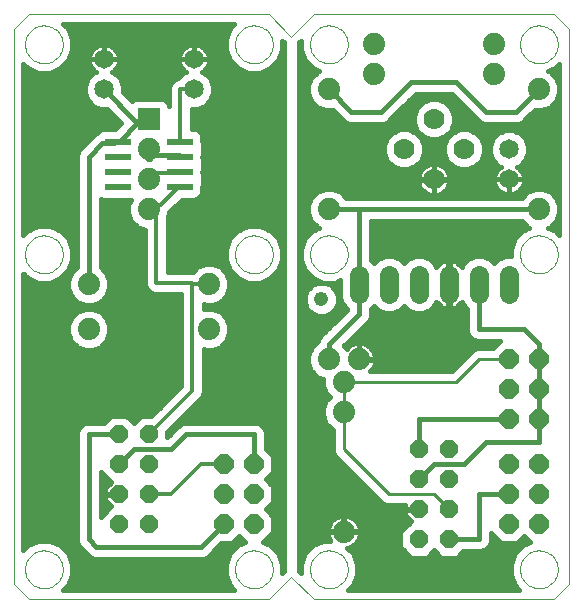
<source format=gbl>
G75*
G70*
%OFA0B0*%
%FSLAX24Y24*%
%IPPOS*%
%LPD*%
%AMOC8*
5,1,8,0,0,1.08239X$1,22.5*
%
%ADD10C,0.0000*%
%ADD11OC8,0.0600*%
%ADD12OC8,0.0640*%
%ADD13C,0.0740*%
%ADD14R,0.0870X0.0240*%
%ADD15C,0.0650*%
%ADD16R,0.0740X0.0740*%
%ADD17C,0.0700*%
%ADD18C,0.0634*%
%ADD19C,0.0150*%
%ADD20C,0.0476*%
%ADD21C,0.0120*%
%ADD22C,0.0100*%
D10*
X001675Y001175D02*
X001175Y001675D01*
X001175Y020175D01*
X001675Y020675D01*
X009675Y020675D01*
X010425Y019925D01*
X011175Y020675D01*
X019175Y020675D01*
X019675Y020175D01*
X019675Y001675D01*
X019175Y001175D01*
X011175Y001175D01*
X010425Y001925D01*
X009675Y001175D01*
X001675Y001175D01*
X001545Y002175D02*
X001547Y002225D01*
X001553Y002275D01*
X001563Y002324D01*
X001577Y002372D01*
X001594Y002419D01*
X001615Y002464D01*
X001640Y002508D01*
X001668Y002549D01*
X001700Y002588D01*
X001734Y002625D01*
X001771Y002659D01*
X001811Y002689D01*
X001853Y002716D01*
X001897Y002740D01*
X001943Y002761D01*
X001990Y002777D01*
X002038Y002790D01*
X002088Y002799D01*
X002137Y002804D01*
X002188Y002805D01*
X002238Y002802D01*
X002287Y002795D01*
X002336Y002784D01*
X002384Y002769D01*
X002430Y002751D01*
X002475Y002729D01*
X002518Y002703D01*
X002559Y002674D01*
X002598Y002642D01*
X002634Y002607D01*
X002666Y002569D01*
X002696Y002529D01*
X002723Y002486D01*
X002746Y002442D01*
X002765Y002396D01*
X002781Y002348D01*
X002793Y002299D01*
X002801Y002250D01*
X002805Y002200D01*
X002805Y002150D01*
X002801Y002100D01*
X002793Y002051D01*
X002781Y002002D01*
X002765Y001954D01*
X002746Y001908D01*
X002723Y001864D01*
X002696Y001821D01*
X002666Y001781D01*
X002634Y001743D01*
X002598Y001708D01*
X002559Y001676D01*
X002518Y001647D01*
X002475Y001621D01*
X002430Y001599D01*
X002384Y001581D01*
X002336Y001566D01*
X002287Y001555D01*
X002238Y001548D01*
X002188Y001545D01*
X002137Y001546D01*
X002088Y001551D01*
X002038Y001560D01*
X001990Y001573D01*
X001943Y001589D01*
X001897Y001610D01*
X001853Y001634D01*
X001811Y001661D01*
X001771Y001691D01*
X001734Y001725D01*
X001700Y001762D01*
X001668Y001801D01*
X001640Y001842D01*
X001615Y001886D01*
X001594Y001931D01*
X001577Y001978D01*
X001563Y002026D01*
X001553Y002075D01*
X001547Y002125D01*
X001545Y002175D01*
X008545Y002175D02*
X008547Y002225D01*
X008553Y002275D01*
X008563Y002324D01*
X008577Y002372D01*
X008594Y002419D01*
X008615Y002464D01*
X008640Y002508D01*
X008668Y002549D01*
X008700Y002588D01*
X008734Y002625D01*
X008771Y002659D01*
X008811Y002689D01*
X008853Y002716D01*
X008897Y002740D01*
X008943Y002761D01*
X008990Y002777D01*
X009038Y002790D01*
X009088Y002799D01*
X009137Y002804D01*
X009188Y002805D01*
X009238Y002802D01*
X009287Y002795D01*
X009336Y002784D01*
X009384Y002769D01*
X009430Y002751D01*
X009475Y002729D01*
X009518Y002703D01*
X009559Y002674D01*
X009598Y002642D01*
X009634Y002607D01*
X009666Y002569D01*
X009696Y002529D01*
X009723Y002486D01*
X009746Y002442D01*
X009765Y002396D01*
X009781Y002348D01*
X009793Y002299D01*
X009801Y002250D01*
X009805Y002200D01*
X009805Y002150D01*
X009801Y002100D01*
X009793Y002051D01*
X009781Y002002D01*
X009765Y001954D01*
X009746Y001908D01*
X009723Y001864D01*
X009696Y001821D01*
X009666Y001781D01*
X009634Y001743D01*
X009598Y001708D01*
X009559Y001676D01*
X009518Y001647D01*
X009475Y001621D01*
X009430Y001599D01*
X009384Y001581D01*
X009336Y001566D01*
X009287Y001555D01*
X009238Y001548D01*
X009188Y001545D01*
X009137Y001546D01*
X009088Y001551D01*
X009038Y001560D01*
X008990Y001573D01*
X008943Y001589D01*
X008897Y001610D01*
X008853Y001634D01*
X008811Y001661D01*
X008771Y001691D01*
X008734Y001725D01*
X008700Y001762D01*
X008668Y001801D01*
X008640Y001842D01*
X008615Y001886D01*
X008594Y001931D01*
X008577Y001978D01*
X008563Y002026D01*
X008553Y002075D01*
X008547Y002125D01*
X008545Y002175D01*
X011045Y002175D02*
X011047Y002225D01*
X011053Y002275D01*
X011063Y002324D01*
X011077Y002372D01*
X011094Y002419D01*
X011115Y002464D01*
X011140Y002508D01*
X011168Y002549D01*
X011200Y002588D01*
X011234Y002625D01*
X011271Y002659D01*
X011311Y002689D01*
X011353Y002716D01*
X011397Y002740D01*
X011443Y002761D01*
X011490Y002777D01*
X011538Y002790D01*
X011588Y002799D01*
X011637Y002804D01*
X011688Y002805D01*
X011738Y002802D01*
X011787Y002795D01*
X011836Y002784D01*
X011884Y002769D01*
X011930Y002751D01*
X011975Y002729D01*
X012018Y002703D01*
X012059Y002674D01*
X012098Y002642D01*
X012134Y002607D01*
X012166Y002569D01*
X012196Y002529D01*
X012223Y002486D01*
X012246Y002442D01*
X012265Y002396D01*
X012281Y002348D01*
X012293Y002299D01*
X012301Y002250D01*
X012305Y002200D01*
X012305Y002150D01*
X012301Y002100D01*
X012293Y002051D01*
X012281Y002002D01*
X012265Y001954D01*
X012246Y001908D01*
X012223Y001864D01*
X012196Y001821D01*
X012166Y001781D01*
X012134Y001743D01*
X012098Y001708D01*
X012059Y001676D01*
X012018Y001647D01*
X011975Y001621D01*
X011930Y001599D01*
X011884Y001581D01*
X011836Y001566D01*
X011787Y001555D01*
X011738Y001548D01*
X011688Y001545D01*
X011637Y001546D01*
X011588Y001551D01*
X011538Y001560D01*
X011490Y001573D01*
X011443Y001589D01*
X011397Y001610D01*
X011353Y001634D01*
X011311Y001661D01*
X011271Y001691D01*
X011234Y001725D01*
X011200Y001762D01*
X011168Y001801D01*
X011140Y001842D01*
X011115Y001886D01*
X011094Y001931D01*
X011077Y001978D01*
X011063Y002026D01*
X011053Y002075D01*
X011047Y002125D01*
X011045Y002175D01*
X018045Y002175D02*
X018047Y002225D01*
X018053Y002275D01*
X018063Y002324D01*
X018077Y002372D01*
X018094Y002419D01*
X018115Y002464D01*
X018140Y002508D01*
X018168Y002549D01*
X018200Y002588D01*
X018234Y002625D01*
X018271Y002659D01*
X018311Y002689D01*
X018353Y002716D01*
X018397Y002740D01*
X018443Y002761D01*
X018490Y002777D01*
X018538Y002790D01*
X018588Y002799D01*
X018637Y002804D01*
X018688Y002805D01*
X018738Y002802D01*
X018787Y002795D01*
X018836Y002784D01*
X018884Y002769D01*
X018930Y002751D01*
X018975Y002729D01*
X019018Y002703D01*
X019059Y002674D01*
X019098Y002642D01*
X019134Y002607D01*
X019166Y002569D01*
X019196Y002529D01*
X019223Y002486D01*
X019246Y002442D01*
X019265Y002396D01*
X019281Y002348D01*
X019293Y002299D01*
X019301Y002250D01*
X019305Y002200D01*
X019305Y002150D01*
X019301Y002100D01*
X019293Y002051D01*
X019281Y002002D01*
X019265Y001954D01*
X019246Y001908D01*
X019223Y001864D01*
X019196Y001821D01*
X019166Y001781D01*
X019134Y001743D01*
X019098Y001708D01*
X019059Y001676D01*
X019018Y001647D01*
X018975Y001621D01*
X018930Y001599D01*
X018884Y001581D01*
X018836Y001566D01*
X018787Y001555D01*
X018738Y001548D01*
X018688Y001545D01*
X018637Y001546D01*
X018588Y001551D01*
X018538Y001560D01*
X018490Y001573D01*
X018443Y001589D01*
X018397Y001610D01*
X018353Y001634D01*
X018311Y001661D01*
X018271Y001691D01*
X018234Y001725D01*
X018200Y001762D01*
X018168Y001801D01*
X018140Y001842D01*
X018115Y001886D01*
X018094Y001931D01*
X018077Y001978D01*
X018063Y002026D01*
X018053Y002075D01*
X018047Y002125D01*
X018045Y002175D01*
X018045Y012675D02*
X018047Y012725D01*
X018053Y012775D01*
X018063Y012824D01*
X018077Y012872D01*
X018094Y012919D01*
X018115Y012964D01*
X018140Y013008D01*
X018168Y013049D01*
X018200Y013088D01*
X018234Y013125D01*
X018271Y013159D01*
X018311Y013189D01*
X018353Y013216D01*
X018397Y013240D01*
X018443Y013261D01*
X018490Y013277D01*
X018538Y013290D01*
X018588Y013299D01*
X018637Y013304D01*
X018688Y013305D01*
X018738Y013302D01*
X018787Y013295D01*
X018836Y013284D01*
X018884Y013269D01*
X018930Y013251D01*
X018975Y013229D01*
X019018Y013203D01*
X019059Y013174D01*
X019098Y013142D01*
X019134Y013107D01*
X019166Y013069D01*
X019196Y013029D01*
X019223Y012986D01*
X019246Y012942D01*
X019265Y012896D01*
X019281Y012848D01*
X019293Y012799D01*
X019301Y012750D01*
X019305Y012700D01*
X019305Y012650D01*
X019301Y012600D01*
X019293Y012551D01*
X019281Y012502D01*
X019265Y012454D01*
X019246Y012408D01*
X019223Y012364D01*
X019196Y012321D01*
X019166Y012281D01*
X019134Y012243D01*
X019098Y012208D01*
X019059Y012176D01*
X019018Y012147D01*
X018975Y012121D01*
X018930Y012099D01*
X018884Y012081D01*
X018836Y012066D01*
X018787Y012055D01*
X018738Y012048D01*
X018688Y012045D01*
X018637Y012046D01*
X018588Y012051D01*
X018538Y012060D01*
X018490Y012073D01*
X018443Y012089D01*
X018397Y012110D01*
X018353Y012134D01*
X018311Y012161D01*
X018271Y012191D01*
X018234Y012225D01*
X018200Y012262D01*
X018168Y012301D01*
X018140Y012342D01*
X018115Y012386D01*
X018094Y012431D01*
X018077Y012478D01*
X018063Y012526D01*
X018053Y012575D01*
X018047Y012625D01*
X018045Y012675D01*
X011045Y012675D02*
X011047Y012725D01*
X011053Y012775D01*
X011063Y012824D01*
X011077Y012872D01*
X011094Y012919D01*
X011115Y012964D01*
X011140Y013008D01*
X011168Y013049D01*
X011200Y013088D01*
X011234Y013125D01*
X011271Y013159D01*
X011311Y013189D01*
X011353Y013216D01*
X011397Y013240D01*
X011443Y013261D01*
X011490Y013277D01*
X011538Y013290D01*
X011588Y013299D01*
X011637Y013304D01*
X011688Y013305D01*
X011738Y013302D01*
X011787Y013295D01*
X011836Y013284D01*
X011884Y013269D01*
X011930Y013251D01*
X011975Y013229D01*
X012018Y013203D01*
X012059Y013174D01*
X012098Y013142D01*
X012134Y013107D01*
X012166Y013069D01*
X012196Y013029D01*
X012223Y012986D01*
X012246Y012942D01*
X012265Y012896D01*
X012281Y012848D01*
X012293Y012799D01*
X012301Y012750D01*
X012305Y012700D01*
X012305Y012650D01*
X012301Y012600D01*
X012293Y012551D01*
X012281Y012502D01*
X012265Y012454D01*
X012246Y012408D01*
X012223Y012364D01*
X012196Y012321D01*
X012166Y012281D01*
X012134Y012243D01*
X012098Y012208D01*
X012059Y012176D01*
X012018Y012147D01*
X011975Y012121D01*
X011930Y012099D01*
X011884Y012081D01*
X011836Y012066D01*
X011787Y012055D01*
X011738Y012048D01*
X011688Y012045D01*
X011637Y012046D01*
X011588Y012051D01*
X011538Y012060D01*
X011490Y012073D01*
X011443Y012089D01*
X011397Y012110D01*
X011353Y012134D01*
X011311Y012161D01*
X011271Y012191D01*
X011234Y012225D01*
X011200Y012262D01*
X011168Y012301D01*
X011140Y012342D01*
X011115Y012386D01*
X011094Y012431D01*
X011077Y012478D01*
X011063Y012526D01*
X011053Y012575D01*
X011047Y012625D01*
X011045Y012675D01*
X008545Y012675D02*
X008547Y012725D01*
X008553Y012775D01*
X008563Y012824D01*
X008577Y012872D01*
X008594Y012919D01*
X008615Y012964D01*
X008640Y013008D01*
X008668Y013049D01*
X008700Y013088D01*
X008734Y013125D01*
X008771Y013159D01*
X008811Y013189D01*
X008853Y013216D01*
X008897Y013240D01*
X008943Y013261D01*
X008990Y013277D01*
X009038Y013290D01*
X009088Y013299D01*
X009137Y013304D01*
X009188Y013305D01*
X009238Y013302D01*
X009287Y013295D01*
X009336Y013284D01*
X009384Y013269D01*
X009430Y013251D01*
X009475Y013229D01*
X009518Y013203D01*
X009559Y013174D01*
X009598Y013142D01*
X009634Y013107D01*
X009666Y013069D01*
X009696Y013029D01*
X009723Y012986D01*
X009746Y012942D01*
X009765Y012896D01*
X009781Y012848D01*
X009793Y012799D01*
X009801Y012750D01*
X009805Y012700D01*
X009805Y012650D01*
X009801Y012600D01*
X009793Y012551D01*
X009781Y012502D01*
X009765Y012454D01*
X009746Y012408D01*
X009723Y012364D01*
X009696Y012321D01*
X009666Y012281D01*
X009634Y012243D01*
X009598Y012208D01*
X009559Y012176D01*
X009518Y012147D01*
X009475Y012121D01*
X009430Y012099D01*
X009384Y012081D01*
X009336Y012066D01*
X009287Y012055D01*
X009238Y012048D01*
X009188Y012045D01*
X009137Y012046D01*
X009088Y012051D01*
X009038Y012060D01*
X008990Y012073D01*
X008943Y012089D01*
X008897Y012110D01*
X008853Y012134D01*
X008811Y012161D01*
X008771Y012191D01*
X008734Y012225D01*
X008700Y012262D01*
X008668Y012301D01*
X008640Y012342D01*
X008615Y012386D01*
X008594Y012431D01*
X008577Y012478D01*
X008563Y012526D01*
X008553Y012575D01*
X008547Y012625D01*
X008545Y012675D01*
X001545Y012675D02*
X001547Y012725D01*
X001553Y012775D01*
X001563Y012824D01*
X001577Y012872D01*
X001594Y012919D01*
X001615Y012964D01*
X001640Y013008D01*
X001668Y013049D01*
X001700Y013088D01*
X001734Y013125D01*
X001771Y013159D01*
X001811Y013189D01*
X001853Y013216D01*
X001897Y013240D01*
X001943Y013261D01*
X001990Y013277D01*
X002038Y013290D01*
X002088Y013299D01*
X002137Y013304D01*
X002188Y013305D01*
X002238Y013302D01*
X002287Y013295D01*
X002336Y013284D01*
X002384Y013269D01*
X002430Y013251D01*
X002475Y013229D01*
X002518Y013203D01*
X002559Y013174D01*
X002598Y013142D01*
X002634Y013107D01*
X002666Y013069D01*
X002696Y013029D01*
X002723Y012986D01*
X002746Y012942D01*
X002765Y012896D01*
X002781Y012848D01*
X002793Y012799D01*
X002801Y012750D01*
X002805Y012700D01*
X002805Y012650D01*
X002801Y012600D01*
X002793Y012551D01*
X002781Y012502D01*
X002765Y012454D01*
X002746Y012408D01*
X002723Y012364D01*
X002696Y012321D01*
X002666Y012281D01*
X002634Y012243D01*
X002598Y012208D01*
X002559Y012176D01*
X002518Y012147D01*
X002475Y012121D01*
X002430Y012099D01*
X002384Y012081D01*
X002336Y012066D01*
X002287Y012055D01*
X002238Y012048D01*
X002188Y012045D01*
X002137Y012046D01*
X002088Y012051D01*
X002038Y012060D01*
X001990Y012073D01*
X001943Y012089D01*
X001897Y012110D01*
X001853Y012134D01*
X001811Y012161D01*
X001771Y012191D01*
X001734Y012225D01*
X001700Y012262D01*
X001668Y012301D01*
X001640Y012342D01*
X001615Y012386D01*
X001594Y012431D01*
X001577Y012478D01*
X001563Y012526D01*
X001553Y012575D01*
X001547Y012625D01*
X001545Y012675D01*
X001545Y019675D02*
X001547Y019725D01*
X001553Y019775D01*
X001563Y019824D01*
X001577Y019872D01*
X001594Y019919D01*
X001615Y019964D01*
X001640Y020008D01*
X001668Y020049D01*
X001700Y020088D01*
X001734Y020125D01*
X001771Y020159D01*
X001811Y020189D01*
X001853Y020216D01*
X001897Y020240D01*
X001943Y020261D01*
X001990Y020277D01*
X002038Y020290D01*
X002088Y020299D01*
X002137Y020304D01*
X002188Y020305D01*
X002238Y020302D01*
X002287Y020295D01*
X002336Y020284D01*
X002384Y020269D01*
X002430Y020251D01*
X002475Y020229D01*
X002518Y020203D01*
X002559Y020174D01*
X002598Y020142D01*
X002634Y020107D01*
X002666Y020069D01*
X002696Y020029D01*
X002723Y019986D01*
X002746Y019942D01*
X002765Y019896D01*
X002781Y019848D01*
X002793Y019799D01*
X002801Y019750D01*
X002805Y019700D01*
X002805Y019650D01*
X002801Y019600D01*
X002793Y019551D01*
X002781Y019502D01*
X002765Y019454D01*
X002746Y019408D01*
X002723Y019364D01*
X002696Y019321D01*
X002666Y019281D01*
X002634Y019243D01*
X002598Y019208D01*
X002559Y019176D01*
X002518Y019147D01*
X002475Y019121D01*
X002430Y019099D01*
X002384Y019081D01*
X002336Y019066D01*
X002287Y019055D01*
X002238Y019048D01*
X002188Y019045D01*
X002137Y019046D01*
X002088Y019051D01*
X002038Y019060D01*
X001990Y019073D01*
X001943Y019089D01*
X001897Y019110D01*
X001853Y019134D01*
X001811Y019161D01*
X001771Y019191D01*
X001734Y019225D01*
X001700Y019262D01*
X001668Y019301D01*
X001640Y019342D01*
X001615Y019386D01*
X001594Y019431D01*
X001577Y019478D01*
X001563Y019526D01*
X001553Y019575D01*
X001547Y019625D01*
X001545Y019675D01*
X008545Y019675D02*
X008547Y019725D01*
X008553Y019775D01*
X008563Y019824D01*
X008577Y019872D01*
X008594Y019919D01*
X008615Y019964D01*
X008640Y020008D01*
X008668Y020049D01*
X008700Y020088D01*
X008734Y020125D01*
X008771Y020159D01*
X008811Y020189D01*
X008853Y020216D01*
X008897Y020240D01*
X008943Y020261D01*
X008990Y020277D01*
X009038Y020290D01*
X009088Y020299D01*
X009137Y020304D01*
X009188Y020305D01*
X009238Y020302D01*
X009287Y020295D01*
X009336Y020284D01*
X009384Y020269D01*
X009430Y020251D01*
X009475Y020229D01*
X009518Y020203D01*
X009559Y020174D01*
X009598Y020142D01*
X009634Y020107D01*
X009666Y020069D01*
X009696Y020029D01*
X009723Y019986D01*
X009746Y019942D01*
X009765Y019896D01*
X009781Y019848D01*
X009793Y019799D01*
X009801Y019750D01*
X009805Y019700D01*
X009805Y019650D01*
X009801Y019600D01*
X009793Y019551D01*
X009781Y019502D01*
X009765Y019454D01*
X009746Y019408D01*
X009723Y019364D01*
X009696Y019321D01*
X009666Y019281D01*
X009634Y019243D01*
X009598Y019208D01*
X009559Y019176D01*
X009518Y019147D01*
X009475Y019121D01*
X009430Y019099D01*
X009384Y019081D01*
X009336Y019066D01*
X009287Y019055D01*
X009238Y019048D01*
X009188Y019045D01*
X009137Y019046D01*
X009088Y019051D01*
X009038Y019060D01*
X008990Y019073D01*
X008943Y019089D01*
X008897Y019110D01*
X008853Y019134D01*
X008811Y019161D01*
X008771Y019191D01*
X008734Y019225D01*
X008700Y019262D01*
X008668Y019301D01*
X008640Y019342D01*
X008615Y019386D01*
X008594Y019431D01*
X008577Y019478D01*
X008563Y019526D01*
X008553Y019575D01*
X008547Y019625D01*
X008545Y019675D01*
X011045Y019675D02*
X011047Y019725D01*
X011053Y019775D01*
X011063Y019824D01*
X011077Y019872D01*
X011094Y019919D01*
X011115Y019964D01*
X011140Y020008D01*
X011168Y020049D01*
X011200Y020088D01*
X011234Y020125D01*
X011271Y020159D01*
X011311Y020189D01*
X011353Y020216D01*
X011397Y020240D01*
X011443Y020261D01*
X011490Y020277D01*
X011538Y020290D01*
X011588Y020299D01*
X011637Y020304D01*
X011688Y020305D01*
X011738Y020302D01*
X011787Y020295D01*
X011836Y020284D01*
X011884Y020269D01*
X011930Y020251D01*
X011975Y020229D01*
X012018Y020203D01*
X012059Y020174D01*
X012098Y020142D01*
X012134Y020107D01*
X012166Y020069D01*
X012196Y020029D01*
X012223Y019986D01*
X012246Y019942D01*
X012265Y019896D01*
X012281Y019848D01*
X012293Y019799D01*
X012301Y019750D01*
X012305Y019700D01*
X012305Y019650D01*
X012301Y019600D01*
X012293Y019551D01*
X012281Y019502D01*
X012265Y019454D01*
X012246Y019408D01*
X012223Y019364D01*
X012196Y019321D01*
X012166Y019281D01*
X012134Y019243D01*
X012098Y019208D01*
X012059Y019176D01*
X012018Y019147D01*
X011975Y019121D01*
X011930Y019099D01*
X011884Y019081D01*
X011836Y019066D01*
X011787Y019055D01*
X011738Y019048D01*
X011688Y019045D01*
X011637Y019046D01*
X011588Y019051D01*
X011538Y019060D01*
X011490Y019073D01*
X011443Y019089D01*
X011397Y019110D01*
X011353Y019134D01*
X011311Y019161D01*
X011271Y019191D01*
X011234Y019225D01*
X011200Y019262D01*
X011168Y019301D01*
X011140Y019342D01*
X011115Y019386D01*
X011094Y019431D01*
X011077Y019478D01*
X011063Y019526D01*
X011053Y019575D01*
X011047Y019625D01*
X011045Y019675D01*
X018045Y019675D02*
X018047Y019725D01*
X018053Y019775D01*
X018063Y019824D01*
X018077Y019872D01*
X018094Y019919D01*
X018115Y019964D01*
X018140Y020008D01*
X018168Y020049D01*
X018200Y020088D01*
X018234Y020125D01*
X018271Y020159D01*
X018311Y020189D01*
X018353Y020216D01*
X018397Y020240D01*
X018443Y020261D01*
X018490Y020277D01*
X018538Y020290D01*
X018588Y020299D01*
X018637Y020304D01*
X018688Y020305D01*
X018738Y020302D01*
X018787Y020295D01*
X018836Y020284D01*
X018884Y020269D01*
X018930Y020251D01*
X018975Y020229D01*
X019018Y020203D01*
X019059Y020174D01*
X019098Y020142D01*
X019134Y020107D01*
X019166Y020069D01*
X019196Y020029D01*
X019223Y019986D01*
X019246Y019942D01*
X019265Y019896D01*
X019281Y019848D01*
X019293Y019799D01*
X019301Y019750D01*
X019305Y019700D01*
X019305Y019650D01*
X019301Y019600D01*
X019293Y019551D01*
X019281Y019502D01*
X019265Y019454D01*
X019246Y019408D01*
X019223Y019364D01*
X019196Y019321D01*
X019166Y019281D01*
X019134Y019243D01*
X019098Y019208D01*
X019059Y019176D01*
X019018Y019147D01*
X018975Y019121D01*
X018930Y019099D01*
X018884Y019081D01*
X018836Y019066D01*
X018787Y019055D01*
X018738Y019048D01*
X018688Y019045D01*
X018637Y019046D01*
X018588Y019051D01*
X018538Y019060D01*
X018490Y019073D01*
X018443Y019089D01*
X018397Y019110D01*
X018353Y019134D01*
X018311Y019161D01*
X018271Y019191D01*
X018234Y019225D01*
X018200Y019262D01*
X018168Y019301D01*
X018140Y019342D01*
X018115Y019386D01*
X018094Y019431D01*
X018077Y019478D01*
X018063Y019526D01*
X018053Y019575D01*
X018047Y019625D01*
X018045Y019675D01*
D11*
X005675Y006675D03*
X005675Y005675D03*
X005675Y004675D03*
X005675Y003675D03*
X004675Y003675D03*
X004675Y004675D03*
X004675Y005675D03*
X004675Y006675D03*
X014675Y006175D03*
X014675Y005175D03*
X014675Y004175D03*
X014675Y003175D03*
X015675Y003175D03*
X015675Y004175D03*
X015675Y005175D03*
X015675Y006175D03*
D12*
X017675Y005675D03*
X017675Y004675D03*
X017675Y003675D03*
X018675Y003675D03*
X018675Y004675D03*
X018675Y005675D03*
X018675Y007175D03*
X018675Y008175D03*
X018675Y009175D03*
X017675Y009175D03*
X017675Y008175D03*
X017675Y007175D03*
X009175Y005675D03*
X009175Y004675D03*
X009175Y003675D03*
X008175Y003675D03*
X008175Y004675D03*
X008175Y005675D03*
D13*
X011675Y009175D03*
X012175Y008425D03*
X012675Y009175D03*
X012175Y007425D03*
X012175Y003425D03*
X007675Y010175D03*
X007675Y011675D03*
X005675Y014175D03*
X005675Y015175D03*
X005675Y016175D03*
X003675Y011675D03*
X003675Y010175D03*
X011675Y014175D03*
X011675Y018175D03*
X013175Y018675D03*
X013175Y019675D03*
X017175Y019675D03*
X017175Y018675D03*
X018675Y018175D03*
X018675Y014175D03*
D14*
X006705Y014925D03*
X006705Y015425D03*
X006705Y015925D03*
X006705Y016425D03*
X004645Y016425D03*
X004645Y015925D03*
X004645Y015425D03*
X004645Y014925D03*
D15*
X004175Y018175D03*
X004175Y019175D03*
X007175Y019175D03*
X007175Y018175D03*
X017675Y016175D03*
X017675Y015175D03*
D16*
X005675Y017175D03*
D17*
X014175Y016175D03*
X015175Y015175D03*
X016175Y016175D03*
X015175Y017175D03*
D18*
X014675Y011992D02*
X014675Y011358D01*
X013675Y011358D02*
X013675Y011992D01*
X012675Y011992D02*
X012675Y011358D01*
X015675Y011358D02*
X015675Y011992D01*
X016675Y011992D02*
X016675Y011358D01*
X017675Y011358D02*
X017675Y011992D01*
D19*
X017175Y012385D02*
X017033Y012528D01*
X016801Y012624D01*
X016549Y012624D01*
X016317Y012528D01*
X016139Y012350D01*
X016097Y012247D01*
X016096Y012250D01*
X016050Y012312D01*
X015995Y012367D01*
X015933Y012413D01*
X015864Y012448D01*
X015790Y012472D01*
X015714Y012484D01*
X015698Y012484D01*
X015698Y011698D01*
X015652Y011698D01*
X015652Y012484D01*
X015636Y012484D01*
X015560Y012472D01*
X015486Y012448D01*
X015417Y012413D01*
X015355Y012367D01*
X015300Y012312D01*
X015254Y012250D01*
X015253Y012247D01*
X015211Y012350D01*
X015033Y012528D01*
X014801Y012624D01*
X014549Y012624D01*
X014317Y012528D01*
X014175Y012385D01*
X014033Y012528D01*
X013801Y012624D01*
X013549Y012624D01*
X013317Y012528D01*
X013175Y012385D01*
X013065Y012495D01*
X013065Y013785D01*
X018096Y013785D01*
X018287Y013594D01*
X018356Y013566D01*
X018140Y013476D01*
X017874Y013210D01*
X017730Y012863D01*
X017730Y012624D01*
X017549Y012624D01*
X017317Y012528D01*
X017175Y012385D01*
X017099Y012461D02*
X017251Y012461D01*
X017515Y012610D02*
X016835Y012610D01*
X016515Y012610D02*
X014835Y012610D01*
X015099Y012461D02*
X015527Y012461D01*
X015652Y012461D02*
X015698Y012461D01*
X015823Y012461D02*
X016251Y012461D01*
X016124Y012313D02*
X016050Y012313D01*
X015698Y012313D02*
X015652Y012313D01*
X015652Y012164D02*
X015698Y012164D01*
X015698Y012016D02*
X015652Y012016D01*
X015652Y011867D02*
X015698Y011867D01*
X015698Y011719D02*
X015652Y011719D01*
X015675Y011675D02*
X015675Y010175D01*
X014675Y009175D01*
X012675Y009175D01*
X012680Y009170D02*
X012680Y009180D01*
X013220Y009180D01*
X013220Y009218D01*
X013207Y009303D01*
X013180Y009384D01*
X013141Y009461D01*
X013091Y009530D01*
X013030Y009591D01*
X012961Y009641D01*
X012884Y009680D01*
X012803Y009707D01*
X012718Y009720D01*
X012680Y009720D01*
X012680Y009180D01*
X012670Y009180D01*
X012670Y009720D01*
X012632Y009720D01*
X012547Y009707D01*
X012466Y009680D01*
X012389Y009641D01*
X012320Y009591D01*
X012266Y009537D01*
X012256Y009563D01*
X012185Y009634D01*
X013006Y010454D01*
X013065Y010597D01*
X013065Y010855D01*
X013175Y010965D01*
X013317Y010822D01*
X013549Y010726D01*
X013801Y010726D01*
X014033Y010822D01*
X014175Y010965D01*
X014317Y010822D01*
X014549Y010726D01*
X014801Y010726D01*
X015033Y010822D01*
X015211Y011000D01*
X015253Y011103D01*
X015254Y011100D01*
X015300Y011038D01*
X015355Y010983D01*
X015417Y010937D01*
X015486Y010902D01*
X015560Y010878D01*
X015636Y010866D01*
X015652Y010866D01*
X015652Y011652D01*
X015698Y011652D01*
X015698Y010866D01*
X015714Y010866D01*
X015790Y010878D01*
X015864Y010902D01*
X015933Y010937D01*
X015995Y010983D01*
X016050Y011038D01*
X016096Y011100D01*
X016097Y011103D01*
X016139Y011000D01*
X016285Y010855D01*
X016285Y010097D01*
X016344Y009954D01*
X016454Y009844D01*
X016597Y009785D01*
X017387Y009785D01*
X017142Y009540D01*
X016602Y009540D01*
X016468Y009484D01*
X016366Y009382D01*
X015774Y008790D01*
X013061Y008790D01*
X013091Y008820D01*
X013141Y008889D01*
X013180Y008966D01*
X013207Y009047D01*
X013220Y009132D01*
X013220Y009170D01*
X012680Y009170D01*
X012680Y009194D02*
X012670Y009194D01*
X012670Y009343D02*
X012680Y009343D01*
X012670Y009491D02*
X012680Y009491D01*
X012670Y009640D02*
X012680Y009640D01*
X012387Y009640D02*
X012191Y009640D01*
X012340Y009788D02*
X016590Y009788D01*
X016362Y009937D02*
X012488Y009937D01*
X012637Y010085D02*
X016290Y010085D01*
X016285Y010234D02*
X012785Y010234D01*
X012934Y010382D02*
X016285Y010382D01*
X016285Y010531D02*
X013037Y010531D01*
X013065Y010679D02*
X016285Y010679D01*
X016285Y010828D02*
X015038Y010828D01*
X015186Y010976D02*
X015364Y010976D01*
X015652Y010976D02*
X015698Y010976D01*
X015698Y011125D02*
X015652Y011125D01*
X015652Y011273D02*
X015698Y011273D01*
X015698Y011422D02*
X015652Y011422D01*
X015652Y011570D02*
X015698Y011570D01*
X015986Y010976D02*
X016164Y010976D01*
X016675Y011675D02*
X016675Y010175D01*
X018175Y010175D01*
X018675Y009675D01*
X018675Y009175D01*
X018675Y008175D01*
X018675Y007175D01*
X018675Y006425D01*
X016925Y006425D01*
X016175Y005675D01*
X015175Y005675D01*
X014675Y005175D01*
X014660Y004190D02*
X014200Y004190D01*
X014200Y004310D01*
X013602Y004310D01*
X013468Y004366D01*
X011968Y005866D01*
X011866Y005968D01*
X011810Y006102D01*
X011810Y006835D01*
X011787Y006844D01*
X011594Y007037D01*
X011490Y007289D01*
X011490Y007561D01*
X011594Y007813D01*
X011706Y007925D01*
X011594Y008037D01*
X011490Y008289D01*
X011490Y008510D01*
X011287Y008594D01*
X011094Y008787D01*
X010990Y009039D01*
X010990Y009311D01*
X011094Y009563D01*
X011286Y009755D01*
X011344Y009896D01*
X011454Y010006D01*
X012285Y010837D01*
X012285Y010855D01*
X012139Y011000D01*
X012043Y011232D01*
X012043Y011805D01*
X011863Y011730D01*
X011487Y011730D01*
X011140Y011874D01*
X010874Y012140D01*
X010730Y012487D01*
X010730Y012863D01*
X010874Y013210D01*
X011140Y013476D01*
X011356Y013566D01*
X011287Y013594D01*
X011094Y013787D01*
X010990Y014039D01*
X010990Y014311D01*
X011094Y014563D01*
X011287Y014756D01*
X011539Y014860D01*
X011811Y014860D01*
X012063Y014756D01*
X012254Y014565D01*
X018096Y014565D01*
X018287Y014756D01*
X018539Y014860D01*
X018811Y014860D01*
X019063Y014756D01*
X019256Y014563D01*
X019360Y014311D01*
X019360Y014039D01*
X019256Y013787D01*
X019063Y013594D01*
X018994Y013566D01*
X019210Y013476D01*
X019360Y013326D01*
X019360Y019024D01*
X019210Y018874D01*
X018994Y018784D01*
X019063Y018756D01*
X019256Y018563D01*
X019360Y018311D01*
X019360Y018039D01*
X019256Y017787D01*
X019063Y017594D01*
X018811Y017490D01*
X018542Y017490D01*
X018256Y017204D01*
X018256Y017204D01*
X018146Y017094D01*
X018003Y017035D01*
X016847Y017035D01*
X016704Y017094D01*
X015763Y018035D01*
X014587Y018035D01*
X013756Y017204D01*
X013756Y017204D01*
X013646Y017094D01*
X013503Y017035D01*
X012347Y017035D01*
X012204Y017094D01*
X011808Y017490D01*
X011539Y017490D01*
X011287Y017594D01*
X011094Y017787D01*
X010990Y018039D01*
X010990Y018311D01*
X011094Y018563D01*
X011287Y018756D01*
X011356Y018784D01*
X011140Y018874D01*
X010874Y019140D01*
X010730Y019487D01*
X010730Y019785D01*
X010675Y019730D01*
X010675Y002120D01*
X010730Y002065D01*
X010730Y002363D01*
X010874Y002710D01*
X011140Y002976D01*
X011487Y003120D01*
X011723Y003120D01*
X011709Y003139D01*
X011670Y003216D01*
X011643Y003297D01*
X011630Y003382D01*
X011630Y003411D01*
X012161Y003411D01*
X012161Y003439D01*
X012161Y003970D01*
X012132Y003970D01*
X012047Y003957D01*
X011966Y003930D01*
X011889Y003891D01*
X011820Y003841D01*
X011759Y003780D01*
X011709Y003711D01*
X011670Y003634D01*
X011643Y003553D01*
X011630Y003468D01*
X011630Y003439D01*
X012161Y003439D01*
X012189Y003439D01*
X012189Y003970D01*
X012218Y003970D01*
X012303Y003957D01*
X012384Y003930D01*
X012461Y003891D01*
X012530Y003841D01*
X012591Y003780D01*
X012641Y003711D01*
X012680Y003634D01*
X012707Y003553D01*
X012720Y003468D01*
X012720Y003439D01*
X012189Y003439D01*
X012189Y003411D01*
X012720Y003411D01*
X012720Y003382D01*
X012707Y003297D01*
X012680Y003216D01*
X012641Y003139D01*
X012591Y003070D01*
X012530Y003009D01*
X012461Y002959D01*
X012384Y002920D01*
X012303Y002893D01*
X012294Y002892D01*
X012476Y002710D01*
X012620Y002363D01*
X012620Y001987D01*
X012476Y001640D01*
X012326Y001490D01*
X018024Y001490D01*
X017874Y001640D01*
X017730Y001987D01*
X017730Y002363D01*
X017874Y002710D01*
X018140Y002976D01*
X018377Y003075D01*
X018175Y003277D01*
X017938Y003040D01*
X017412Y003040D01*
X017065Y003387D01*
X017065Y003097D01*
X017006Y002954D01*
X016896Y002844D01*
X016753Y002785D01*
X016155Y002785D01*
X015930Y002560D01*
X015420Y002560D01*
X015175Y002805D01*
X014930Y002560D01*
X014420Y002560D01*
X014060Y002920D01*
X014060Y003430D01*
X014404Y003774D01*
X014200Y003978D01*
X014200Y004160D01*
X014660Y004160D01*
X014660Y004190D01*
X014200Y004145D02*
X010675Y004145D01*
X010675Y003997D02*
X014200Y003997D01*
X014330Y003848D02*
X012520Y003848D01*
X012647Y003700D02*
X014330Y003700D01*
X014181Y003551D02*
X012707Y003551D01*
X012720Y003403D02*
X014060Y003403D01*
X014060Y003254D02*
X012692Y003254D01*
X012617Y003106D02*
X014060Y003106D01*
X014060Y002957D02*
X012457Y002957D01*
X012378Y002809D02*
X014172Y002809D01*
X014320Y002660D02*
X012497Y002660D01*
X012558Y002512D02*
X017792Y002512D01*
X017853Y002660D02*
X016030Y002660D01*
X015675Y003175D02*
X016675Y003175D01*
X016675Y004675D01*
X017675Y004675D01*
X018152Y003254D02*
X018198Y003254D01*
X018346Y003106D02*
X018004Y003106D01*
X018121Y002957D02*
X017007Y002957D01*
X017065Y003106D02*
X017346Y003106D01*
X017198Y003254D02*
X017065Y003254D01*
X016809Y002809D02*
X017972Y002809D01*
X017730Y002363D02*
X012620Y002363D01*
X012620Y002215D02*
X017730Y002215D01*
X017730Y002066D02*
X012620Y002066D01*
X012591Y001918D02*
X017759Y001918D01*
X017820Y001769D02*
X012530Y001769D01*
X012457Y001621D02*
X017893Y001621D01*
X015320Y002660D02*
X015030Y002660D01*
X014200Y004294D02*
X010675Y004294D01*
X010675Y004442D02*
X013392Y004442D01*
X013243Y004591D02*
X010675Y004591D01*
X010675Y004739D02*
X013095Y004739D01*
X012946Y004888D02*
X010675Y004888D01*
X010675Y005036D02*
X012798Y005036D01*
X012649Y005185D02*
X010675Y005185D01*
X010675Y005333D02*
X012501Y005333D01*
X012352Y005482D02*
X010675Y005482D01*
X010675Y005630D02*
X012204Y005630D01*
X012055Y005779D02*
X010675Y005779D01*
X010675Y005927D02*
X011907Y005927D01*
X011821Y006076D02*
X010675Y006076D01*
X010675Y006224D02*
X011810Y006224D01*
X011810Y006373D02*
X010675Y006373D01*
X010675Y006521D02*
X011810Y006521D01*
X011810Y006670D02*
X010675Y006670D01*
X010675Y006818D02*
X011810Y006818D01*
X011665Y006967D02*
X010675Y006967D01*
X010675Y007115D02*
X011562Y007115D01*
X011500Y007264D02*
X010675Y007264D01*
X010675Y007412D02*
X011490Y007412D01*
X011490Y007561D02*
X010675Y007561D01*
X010675Y007709D02*
X011551Y007709D01*
X011639Y007858D02*
X010675Y007858D01*
X010675Y008006D02*
X011625Y008006D01*
X011546Y008155D02*
X010675Y008155D01*
X010675Y008303D02*
X011490Y008303D01*
X011490Y008452D02*
X010675Y008452D01*
X010675Y008600D02*
X011281Y008600D01*
X011133Y008749D02*
X010675Y008749D01*
X010675Y008897D02*
X011049Y008897D01*
X010990Y009046D02*
X010675Y009046D01*
X010675Y009194D02*
X010990Y009194D01*
X011003Y009343D02*
X010675Y009343D01*
X010675Y009491D02*
X011064Y009491D01*
X011171Y009640D02*
X010675Y009640D01*
X010675Y009788D02*
X011300Y009788D01*
X011385Y009937D02*
X010675Y009937D01*
X010675Y010085D02*
X011533Y010085D01*
X011682Y010234D02*
X010675Y010234D01*
X010675Y010382D02*
X011830Y010382D01*
X011979Y010531D02*
X010675Y010531D01*
X010675Y010679D02*
X011177Y010679D01*
X011112Y010706D02*
X011315Y010622D01*
X011535Y010622D01*
X011738Y010706D01*
X011894Y010862D01*
X011978Y011065D01*
X011978Y011285D01*
X011894Y011488D01*
X011738Y011644D01*
X011535Y011728D01*
X011315Y011728D01*
X011112Y011644D01*
X010956Y011488D01*
X010872Y011285D01*
X010872Y011065D01*
X010956Y010862D01*
X011112Y010706D01*
X010990Y010828D02*
X010675Y010828D01*
X010675Y010976D02*
X010909Y010976D01*
X010872Y011125D02*
X010675Y011125D01*
X010675Y011273D02*
X010872Y011273D01*
X010928Y011422D02*
X010675Y011422D01*
X010675Y011570D02*
X011038Y011570D01*
X011292Y011719D02*
X010675Y011719D01*
X010675Y011867D02*
X011156Y011867D01*
X010998Y012016D02*
X010675Y012016D01*
X010675Y012164D02*
X010864Y012164D01*
X010802Y012313D02*
X010675Y012313D01*
X010675Y012461D02*
X010741Y012461D01*
X010730Y012610D02*
X010675Y012610D01*
X010675Y012758D02*
X010730Y012758D01*
X010748Y012907D02*
X010675Y012907D01*
X010675Y013055D02*
X010810Y013055D01*
X010871Y013204D02*
X010675Y013204D01*
X010675Y013352D02*
X011016Y013352D01*
X011199Y013501D02*
X010675Y013501D01*
X010675Y013649D02*
X011232Y013649D01*
X011090Y013798D02*
X010675Y013798D01*
X010675Y013946D02*
X011028Y013946D01*
X010990Y014095D02*
X010675Y014095D01*
X010675Y014243D02*
X010990Y014243D01*
X011023Y014392D02*
X010675Y014392D01*
X010675Y014540D02*
X011085Y014540D01*
X011220Y014689D02*
X010675Y014689D01*
X010675Y014837D02*
X011483Y014837D01*
X011867Y014837D02*
X014772Y014837D01*
X014775Y014833D02*
X014833Y014775D01*
X014900Y014726D01*
X014973Y014688D01*
X014973Y014689D02*
X012130Y014689D01*
X011675Y014175D02*
X012675Y014175D01*
X018675Y014175D01*
X018232Y013649D02*
X013065Y013649D01*
X013065Y013501D02*
X018199Y013501D01*
X018016Y013352D02*
X013065Y013352D01*
X013065Y013204D02*
X017871Y013204D01*
X017810Y013055D02*
X013065Y013055D01*
X013065Y012907D02*
X017748Y012907D01*
X017730Y012758D02*
X013065Y012758D01*
X013065Y012610D02*
X013515Y012610D01*
X013251Y012461D02*
X013099Y012461D01*
X013835Y012610D02*
X014515Y012610D01*
X014251Y012461D02*
X014099Y012461D01*
X015226Y012313D02*
X015300Y012313D01*
X014312Y010828D02*
X014038Y010828D01*
X013312Y010828D02*
X013065Y010828D01*
X012675Y010675D02*
X011675Y009675D01*
X011675Y009175D01*
X012963Y009640D02*
X017241Y009640D01*
X016484Y009491D02*
X013119Y009491D01*
X013194Y009343D02*
X016326Y009343D01*
X016178Y009194D02*
X013220Y009194D01*
X013206Y009046D02*
X016029Y009046D01*
X015881Y008897D02*
X013145Y008897D01*
X012675Y010675D02*
X012675Y011675D01*
X012675Y014175D01*
X013798Y015611D02*
X014043Y015510D01*
X014307Y015510D01*
X014552Y015611D01*
X014739Y015798D01*
X014840Y016043D01*
X014840Y016307D01*
X014739Y016552D01*
X014552Y016739D01*
X014307Y016840D01*
X014043Y016840D01*
X013798Y016739D01*
X013611Y016552D01*
X013510Y016307D01*
X013510Y016043D01*
X013611Y015798D01*
X013798Y015611D01*
X013875Y015580D02*
X010675Y015580D01*
X010675Y015728D02*
X013682Y015728D01*
X013579Y015877D02*
X010675Y015877D01*
X010675Y016025D02*
X013517Y016025D01*
X013510Y016174D02*
X010675Y016174D01*
X010675Y016322D02*
X013516Y016322D01*
X013578Y016471D02*
X010675Y016471D01*
X010675Y016619D02*
X013679Y016619D01*
X013868Y016768D02*
X010675Y016768D01*
X010675Y016916D02*
X014562Y016916D01*
X014611Y016798D02*
X014510Y017043D01*
X014510Y017307D01*
X014611Y017552D01*
X014798Y017739D01*
X015043Y017840D01*
X015307Y017840D01*
X015552Y017739D01*
X015739Y017552D01*
X015840Y017307D01*
X015840Y017043D01*
X015739Y016798D01*
X015552Y016611D01*
X015307Y016510D01*
X015043Y016510D01*
X014798Y016611D01*
X014611Y016798D01*
X014642Y016768D02*
X014482Y016768D01*
X014671Y016619D02*
X014791Y016619D01*
X014772Y016471D02*
X015578Y016471D01*
X015611Y016552D02*
X015510Y016307D01*
X015510Y016043D01*
X015611Y015798D01*
X015798Y015611D01*
X016043Y015510D01*
X016307Y015510D01*
X016552Y015611D01*
X016739Y015798D01*
X016840Y016043D01*
X016840Y016307D01*
X016739Y016552D01*
X016552Y016739D01*
X016307Y016840D01*
X016043Y016840D01*
X015798Y016739D01*
X015611Y016552D01*
X015559Y016619D02*
X015679Y016619D01*
X015708Y016768D02*
X015868Y016768D01*
X015788Y016916D02*
X019360Y016916D01*
X019360Y016768D02*
X017917Y016768D01*
X017802Y016815D02*
X017548Y016815D01*
X017312Y016718D01*
X017132Y016538D01*
X017035Y016302D01*
X017035Y016048D01*
X017132Y015812D01*
X017312Y015632D01*
X017403Y015595D01*
X017349Y015556D01*
X017294Y015501D01*
X017247Y015437D01*
X017212Y015367D01*
X017187Y015292D01*
X017175Y015214D01*
X017175Y015175D01*
X017675Y015175D01*
X015175Y015175D01*
X015180Y015180D02*
X015170Y015180D01*
X015170Y015700D01*
X015134Y015700D01*
X015052Y015687D01*
X014973Y015662D01*
X014900Y015624D01*
X014833Y015575D01*
X014775Y015517D01*
X014726Y015450D01*
X014688Y015377D01*
X014663Y015298D01*
X014650Y015216D01*
X014650Y015180D01*
X015170Y015180D01*
X015170Y015170D01*
X014650Y015170D01*
X014650Y015134D01*
X010675Y015134D01*
X010675Y014986D02*
X014685Y014986D01*
X014688Y014973D02*
X014726Y014900D01*
X014775Y014833D01*
X014688Y014973D02*
X014663Y015052D01*
X014650Y015134D01*
X014660Y015283D02*
X010675Y015283D01*
X010675Y015431D02*
X014716Y015431D01*
X014839Y015580D02*
X014475Y015580D01*
X014668Y015728D02*
X015682Y015728D01*
X015579Y015877D02*
X014771Y015877D01*
X014833Y016025D02*
X015517Y016025D01*
X015510Y016174D02*
X014840Y016174D01*
X014834Y016322D02*
X015516Y016322D01*
X015298Y015687D02*
X015216Y015700D01*
X015180Y015700D01*
X015180Y015180D01*
X015700Y015180D01*
X015700Y015216D01*
X015687Y015298D01*
X015662Y015377D01*
X015624Y015450D01*
X015575Y015517D01*
X015517Y015575D01*
X015450Y015624D01*
X015377Y015662D01*
X015298Y015687D01*
X015180Y015580D02*
X015170Y015580D01*
X015170Y015431D02*
X015180Y015431D01*
X015170Y015283D02*
X015180Y015283D01*
X015180Y015180D02*
X015180Y015170D01*
X015700Y015170D01*
X015700Y015134D01*
X017175Y015134D01*
X017175Y015136D02*
X017187Y015058D01*
X017212Y014983D01*
X017247Y014913D01*
X017294Y014849D01*
X017349Y014794D01*
X017413Y014747D01*
X017483Y014712D01*
X017558Y014687D01*
X017636Y014675D01*
X017675Y014675D01*
X017714Y014675D01*
X017792Y014687D01*
X017867Y014712D01*
X017937Y014747D01*
X018001Y014794D01*
X018056Y014849D01*
X018103Y014913D01*
X018138Y014983D01*
X018163Y015058D01*
X018175Y015136D01*
X018175Y015175D01*
X018175Y015214D01*
X018163Y015292D01*
X018138Y015367D01*
X018103Y015437D01*
X018056Y015501D01*
X018001Y015556D01*
X017947Y015595D01*
X018038Y015632D01*
X018218Y015812D01*
X018315Y016048D01*
X018315Y016302D01*
X018218Y016538D01*
X018038Y016718D01*
X017802Y016815D01*
X018136Y016619D02*
X019360Y016619D01*
X019360Y016471D02*
X018245Y016471D01*
X018307Y016322D02*
X019360Y016322D01*
X019360Y016174D02*
X018315Y016174D01*
X018306Y016025D02*
X019360Y016025D01*
X019360Y015877D02*
X018244Y015877D01*
X018133Y015728D02*
X019360Y015728D01*
X019360Y015580D02*
X017969Y015580D01*
X018106Y015431D02*
X019360Y015431D01*
X019360Y015283D02*
X018164Y015283D01*
X018175Y015175D02*
X017675Y015175D01*
X017675Y015175D01*
X017675Y015175D01*
X018175Y015175D01*
X018175Y015134D02*
X019360Y015134D01*
X019360Y014986D02*
X018139Y014986D01*
X018044Y014837D02*
X018483Y014837D01*
X018220Y014689D02*
X017796Y014689D01*
X017675Y014689D02*
X017675Y014689D01*
X017675Y014675D02*
X017675Y015175D01*
X017675Y015175D01*
X017175Y015175D01*
X017175Y015136D01*
X017186Y015283D02*
X015690Y015283D01*
X015700Y015134D02*
X015687Y015052D01*
X015662Y014973D01*
X015624Y014900D01*
X015575Y014833D01*
X015517Y014775D01*
X015450Y014726D01*
X015377Y014688D01*
X015377Y014689D02*
X017554Y014689D01*
X017675Y014675D02*
X017675Y015175D01*
X017675Y015134D02*
X017675Y015134D01*
X017675Y014986D02*
X017675Y014986D01*
X017675Y014837D02*
X017675Y014837D01*
X017306Y014837D02*
X015578Y014837D01*
X015665Y014986D02*
X017211Y014986D01*
X017244Y015431D02*
X015634Y015431D01*
X015511Y015580D02*
X015875Y015580D01*
X016475Y015580D02*
X017381Y015580D01*
X017217Y015728D02*
X016668Y015728D01*
X016771Y015877D02*
X017106Y015877D01*
X017044Y016025D02*
X016833Y016025D01*
X016840Y016174D02*
X017035Y016174D01*
X017043Y016322D02*
X016834Y016322D01*
X016772Y016471D02*
X017105Y016471D01*
X017214Y016619D02*
X016671Y016619D01*
X016482Y016768D02*
X017433Y016768D01*
X018074Y017065D02*
X019360Y017065D01*
X019360Y017213D02*
X018265Y017213D01*
X018413Y017362D02*
X019360Y017362D01*
X019360Y017510D02*
X018860Y017510D01*
X019127Y017659D02*
X019360Y017659D01*
X019360Y017807D02*
X019264Y017807D01*
X019326Y017956D02*
X019360Y017956D01*
X019360Y018104D02*
X019360Y018104D01*
X019360Y018253D02*
X019360Y018253D01*
X019360Y018401D02*
X019323Y018401D01*
X019360Y018550D02*
X019261Y018550D01*
X019360Y018698D02*
X019121Y018698D01*
X019144Y018847D02*
X019360Y018847D01*
X019360Y018995D02*
X019331Y018995D01*
X018675Y018175D02*
X017925Y017425D01*
X016925Y017425D01*
X015925Y018425D01*
X014425Y018425D01*
X013425Y017425D01*
X012425Y017425D01*
X011675Y018175D01*
X011229Y018698D02*
X010675Y018698D01*
X010675Y018550D02*
X011089Y018550D01*
X011027Y018401D02*
X010675Y018401D01*
X010675Y018253D02*
X010990Y018253D01*
X010990Y018104D02*
X010675Y018104D01*
X010675Y017956D02*
X011024Y017956D01*
X011086Y017807D02*
X010675Y017807D01*
X010675Y017659D02*
X011223Y017659D01*
X011490Y017510D02*
X010675Y017510D01*
X010675Y017362D02*
X011937Y017362D01*
X012085Y017213D02*
X010675Y017213D01*
X010675Y017065D02*
X012276Y017065D01*
X013574Y017065D02*
X014510Y017065D01*
X014510Y017213D02*
X013765Y017213D01*
X013913Y017362D02*
X014532Y017362D01*
X014594Y017510D02*
X014062Y017510D01*
X014210Y017659D02*
X014718Y017659D01*
X014963Y017807D02*
X014359Y017807D01*
X014507Y017956D02*
X015843Y017956D01*
X015991Y017807D02*
X015387Y017807D01*
X015632Y017659D02*
X016140Y017659D01*
X016288Y017510D02*
X015756Y017510D01*
X015818Y017362D02*
X016437Y017362D01*
X016585Y017213D02*
X015840Y017213D01*
X015840Y017065D02*
X016776Y017065D01*
X015180Y015170D02*
X015180Y014650D01*
X015216Y014650D01*
X015298Y014663D01*
X015377Y014688D01*
X015180Y014689D02*
X015170Y014689D01*
X015170Y014650D02*
X015170Y015170D01*
X015180Y015170D01*
X015180Y015134D02*
X015170Y015134D01*
X015170Y014986D02*
X015180Y014986D01*
X015170Y014837D02*
X015180Y014837D01*
X015170Y014650D02*
X015134Y014650D01*
X015052Y014663D01*
X014973Y014688D01*
X012043Y011719D02*
X011558Y011719D01*
X011812Y011570D02*
X012043Y011570D01*
X012043Y011422D02*
X011922Y011422D01*
X011978Y011273D02*
X012043Y011273D01*
X012088Y011125D02*
X011978Y011125D01*
X011941Y010976D02*
X012164Y010976D01*
X012276Y010828D02*
X011860Y010828D01*
X011673Y010679D02*
X012127Y010679D01*
X010175Y010679D02*
X008140Y010679D01*
X008063Y010756D02*
X008256Y010563D01*
X008360Y010311D01*
X008360Y010039D01*
X008256Y009787D01*
X008063Y009594D01*
X007811Y009490D01*
X007539Y009490D01*
X007500Y009506D01*
X007500Y008050D01*
X007443Y007913D01*
X007337Y007807D01*
X006290Y006760D01*
X006290Y006592D01*
X006704Y007006D01*
X006847Y007065D01*
X009253Y007065D01*
X009396Y007006D01*
X009506Y006896D01*
X009565Y006753D01*
X009565Y006183D01*
X009810Y005938D01*
X009810Y005412D01*
X009573Y005175D01*
X009810Y004938D01*
X009810Y004412D01*
X009573Y004175D01*
X009810Y003938D01*
X009810Y003412D01*
X009473Y003075D01*
X009710Y002976D01*
X009976Y002710D01*
X010120Y002363D01*
X010120Y002065D01*
X010158Y002103D01*
X010158Y002103D01*
X010175Y002120D01*
X010175Y019730D01*
X010158Y019747D01*
X010158Y019747D01*
X010120Y019785D01*
X010120Y019487D01*
X009976Y019140D01*
X009710Y018874D01*
X009363Y018730D01*
X008987Y018730D01*
X008640Y018874D01*
X008374Y019140D01*
X008230Y019487D01*
X008230Y019863D01*
X008374Y020210D01*
X008524Y020360D01*
X002826Y020360D01*
X002976Y020210D01*
X003120Y019863D01*
X003120Y019487D01*
X002976Y019140D01*
X002710Y018874D01*
X002363Y018730D01*
X001987Y018730D01*
X001640Y018874D01*
X001490Y019024D01*
X001490Y013326D01*
X001640Y013476D01*
X001987Y013620D01*
X002363Y013620D01*
X002710Y013476D01*
X002976Y013210D01*
X003120Y012863D01*
X003120Y012487D01*
X002976Y012140D01*
X002710Y011874D01*
X002363Y011730D01*
X001987Y011730D01*
X001640Y011874D01*
X001490Y012024D01*
X001490Y002826D01*
X001640Y002976D01*
X001987Y003120D01*
X002363Y003120D01*
X002710Y002976D01*
X002976Y002710D01*
X003120Y002363D01*
X003120Y001987D01*
X002976Y001640D01*
X002826Y001490D01*
X008524Y001490D01*
X008374Y001640D01*
X008230Y001987D01*
X008230Y002363D01*
X008374Y002710D01*
X008640Y002976D01*
X008877Y003075D01*
X008675Y003277D01*
X008438Y003040D01*
X008092Y003040D01*
X007646Y002594D01*
X007503Y002535D01*
X003847Y002535D01*
X003704Y002594D01*
X003594Y002704D01*
X003344Y002954D01*
X003285Y003097D01*
X003285Y006753D01*
X003344Y006896D01*
X003454Y007006D01*
X003597Y007065D01*
X004195Y007065D01*
X004420Y007290D01*
X004930Y007290D01*
X005175Y007045D01*
X005420Y007290D01*
X005760Y007290D01*
X006750Y008280D01*
X006750Y011350D01*
X005850Y011350D01*
X005713Y011407D01*
X005607Y011513D01*
X005550Y011650D01*
X005550Y013490D01*
X005539Y013490D01*
X005287Y013594D01*
X005094Y013787D01*
X004990Y014039D01*
X004990Y014311D01*
X005064Y014490D01*
X004147Y014490D01*
X004065Y014524D01*
X004065Y012254D01*
X004256Y012063D01*
X004360Y011811D01*
X004360Y011539D01*
X004256Y011287D01*
X004063Y011094D01*
X003811Y010990D01*
X003539Y010990D01*
X003287Y011094D01*
X003094Y011287D01*
X002990Y011539D01*
X002990Y011811D01*
X003094Y012063D01*
X003285Y012254D01*
X003285Y016003D01*
X003344Y016146D01*
X003454Y016256D01*
X003904Y016706D01*
X003942Y016721D01*
X003943Y016723D01*
X004032Y016812D01*
X004147Y016860D01*
X004558Y016860D01*
X004748Y017050D01*
X004263Y017535D01*
X004048Y017535D01*
X003812Y017632D01*
X003632Y017812D01*
X003535Y018048D01*
X003535Y018302D01*
X003632Y018538D01*
X003812Y018718D01*
X003903Y018755D01*
X003849Y018794D01*
X003794Y018849D01*
X003747Y018913D01*
X003712Y018983D01*
X003687Y019058D01*
X003675Y019136D01*
X003675Y019175D01*
X004175Y019175D01*
X004175Y019175D01*
X004175Y019675D01*
X004214Y019675D01*
X004292Y019663D01*
X004367Y019638D01*
X004437Y019603D01*
X004501Y019556D01*
X004556Y019501D01*
X004603Y019437D01*
X004638Y019367D01*
X004663Y019292D01*
X006687Y019292D01*
X006675Y019214D01*
X006675Y019175D01*
X007175Y019175D01*
X007175Y019175D01*
X007175Y019675D01*
X007214Y019675D01*
X007292Y019663D01*
X007367Y019638D01*
X007437Y019603D01*
X007501Y019556D01*
X007556Y019501D01*
X007603Y019437D01*
X007638Y019367D01*
X007663Y019292D01*
X008311Y019292D01*
X008372Y019144D02*
X007675Y019144D01*
X007675Y019136D02*
X007675Y019175D01*
X007675Y019214D01*
X007663Y019292D01*
X007675Y019175D02*
X007175Y019175D01*
X007175Y019175D01*
X007175Y019175D01*
X007175Y019675D01*
X007136Y019675D01*
X007058Y019663D01*
X006983Y019638D01*
X006913Y019603D01*
X006849Y019556D01*
X006794Y019501D01*
X006747Y019437D01*
X006712Y019367D01*
X006687Y019292D01*
X006675Y019175D02*
X006675Y019136D01*
X006687Y019058D01*
X006712Y018983D01*
X006747Y018913D01*
X006794Y018849D01*
X006849Y018794D01*
X006903Y018755D01*
X006812Y018718D01*
X006641Y018546D01*
X006513Y018493D01*
X006407Y018387D01*
X006350Y018250D01*
X006350Y017632D01*
X006312Y017723D01*
X006223Y017812D01*
X006108Y017860D01*
X005242Y017860D01*
X005127Y017812D01*
X005108Y017794D01*
X004815Y018087D01*
X004815Y018302D01*
X004718Y018538D01*
X004538Y018718D01*
X004447Y018755D01*
X004501Y018794D01*
X004556Y018849D01*
X004603Y018913D01*
X004638Y018983D01*
X004663Y019058D01*
X004675Y019136D01*
X004675Y019175D01*
X004675Y019214D01*
X004663Y019292D01*
X004675Y019175D02*
X004175Y019175D01*
X004175Y019175D01*
X004175Y019175D01*
X004175Y019675D01*
X004136Y019675D01*
X004058Y019663D01*
X003983Y019638D01*
X003913Y019603D01*
X003849Y019556D01*
X003794Y019501D01*
X003747Y019437D01*
X003712Y019367D01*
X003687Y019292D01*
X003039Y019292D01*
X002978Y019144D02*
X003675Y019144D01*
X003675Y019175D02*
X004175Y019175D01*
X004675Y019175D01*
X004675Y019144D02*
X006675Y019144D01*
X006675Y019175D02*
X007175Y019175D01*
X007675Y019175D01*
X007675Y019136D02*
X007663Y019058D01*
X007638Y018983D01*
X007603Y018913D01*
X007556Y018849D01*
X007501Y018794D01*
X007447Y018755D01*
X007538Y018718D01*
X007718Y018538D01*
X007815Y018302D01*
X007815Y018048D01*
X007718Y017812D01*
X007538Y017632D01*
X007302Y017535D01*
X007100Y017535D01*
X007100Y016860D01*
X007203Y016860D01*
X007318Y016812D01*
X007407Y016723D01*
X007455Y016608D01*
X007455Y016442D01*
X007490Y016358D01*
X007490Y015992D01*
X007462Y015925D01*
X007490Y015858D01*
X007490Y015492D01*
X007462Y015425D01*
X007490Y015358D01*
X007490Y014992D01*
X007455Y014908D01*
X007455Y014742D01*
X007407Y014627D01*
X007318Y014538D01*
X007203Y014490D01*
X006770Y014490D01*
X006360Y014080D01*
X006360Y014039D01*
X006300Y013894D01*
X006300Y012100D01*
X007131Y012100D01*
X007287Y012256D01*
X007539Y012360D01*
X007811Y012360D01*
X008063Y012256D01*
X008256Y012063D01*
X008360Y011811D01*
X008360Y011539D01*
X008256Y011287D01*
X008063Y011094D01*
X007811Y010990D01*
X007539Y010990D01*
X007500Y011006D01*
X007500Y010844D01*
X007539Y010860D01*
X007811Y010860D01*
X008063Y010756D01*
X007890Y010828D02*
X010175Y010828D01*
X010175Y010976D02*
X007500Y010976D01*
X008093Y011125D02*
X010175Y011125D01*
X010175Y011273D02*
X008242Y011273D01*
X008311Y011422D02*
X010175Y011422D01*
X010175Y011570D02*
X008360Y011570D01*
X008360Y011719D02*
X010175Y011719D01*
X010175Y011867D02*
X009694Y011867D01*
X009710Y011874D02*
X009976Y012140D01*
X010120Y012487D01*
X010120Y012863D01*
X009976Y013210D01*
X009710Y013476D01*
X009363Y013620D01*
X008987Y013620D01*
X008640Y013476D01*
X008374Y013210D01*
X008230Y012863D01*
X008230Y012487D01*
X008374Y012140D01*
X008640Y011874D01*
X008987Y011730D01*
X009363Y011730D01*
X009710Y011874D01*
X009852Y012016D02*
X010175Y012016D01*
X010175Y012164D02*
X009986Y012164D01*
X010048Y012313D02*
X010175Y012313D01*
X010175Y012461D02*
X010109Y012461D01*
X010120Y012610D02*
X010175Y012610D01*
X010175Y012758D02*
X010120Y012758D01*
X010102Y012907D02*
X010175Y012907D01*
X010175Y013055D02*
X010040Y013055D01*
X009979Y013204D02*
X010175Y013204D01*
X010175Y013352D02*
X009834Y013352D01*
X009651Y013501D02*
X010175Y013501D01*
X010175Y013649D02*
X006300Y013649D01*
X006300Y013501D02*
X008699Y013501D01*
X008516Y013352D02*
X006300Y013352D01*
X006300Y013204D02*
X008371Y013204D01*
X008310Y013055D02*
X006300Y013055D01*
X006300Y012907D02*
X008248Y012907D01*
X008230Y012758D02*
X006300Y012758D01*
X006300Y012610D02*
X008230Y012610D01*
X008241Y012461D02*
X006300Y012461D01*
X006300Y012313D02*
X007424Y012313D01*
X007195Y012164D02*
X006300Y012164D01*
X005698Y011422D02*
X004311Y011422D01*
X004360Y011570D02*
X005583Y011570D01*
X005550Y011719D02*
X004360Y011719D01*
X004337Y011867D02*
X005550Y011867D01*
X005550Y012016D02*
X004275Y012016D01*
X004155Y012164D02*
X005550Y012164D01*
X005550Y012313D02*
X004065Y012313D01*
X004065Y012461D02*
X005550Y012461D01*
X005550Y012610D02*
X004065Y012610D01*
X004065Y012758D02*
X005550Y012758D01*
X005550Y012907D02*
X004065Y012907D01*
X004065Y013055D02*
X005550Y013055D01*
X005550Y013204D02*
X004065Y013204D01*
X004065Y013352D02*
X005550Y013352D01*
X005513Y013501D02*
X004065Y013501D01*
X004065Y013649D02*
X005232Y013649D01*
X005090Y013798D02*
X004065Y013798D01*
X004065Y013946D02*
X005028Y013946D01*
X004990Y014095D02*
X004065Y014095D01*
X004065Y014243D02*
X004990Y014243D01*
X005023Y014392D02*
X004065Y014392D01*
X003285Y014392D02*
X001490Y014392D01*
X001490Y014540D02*
X003285Y014540D01*
X003285Y014689D02*
X001490Y014689D01*
X001490Y014837D02*
X003285Y014837D01*
X003285Y014986D02*
X001490Y014986D01*
X001490Y015134D02*
X003285Y015134D01*
X003285Y015283D02*
X001490Y015283D01*
X001490Y015431D02*
X003285Y015431D01*
X003285Y015580D02*
X001490Y015580D01*
X001490Y015728D02*
X003285Y015728D01*
X003285Y015877D02*
X001490Y015877D01*
X001490Y016025D02*
X003294Y016025D01*
X003372Y016174D02*
X001490Y016174D01*
X001490Y016322D02*
X003520Y016322D01*
X003669Y016471D02*
X001490Y016471D01*
X001490Y016619D02*
X003817Y016619D01*
X003987Y016768D02*
X001490Y016768D01*
X001490Y016916D02*
X004614Y016916D01*
X004734Y017065D02*
X001490Y017065D01*
X001490Y017213D02*
X004585Y017213D01*
X004437Y017362D02*
X001490Y017362D01*
X001490Y017510D02*
X004288Y017510D01*
X003786Y017659D02*
X001490Y017659D01*
X001490Y017807D02*
X003638Y017807D01*
X003573Y017956D02*
X001490Y017956D01*
X001490Y018104D02*
X003535Y018104D01*
X003535Y018253D02*
X001490Y018253D01*
X001490Y018401D02*
X003576Y018401D01*
X003644Y018550D02*
X001490Y018550D01*
X001490Y018698D02*
X003793Y018698D01*
X003796Y018847D02*
X002644Y018847D01*
X002831Y018995D02*
X003708Y018995D01*
X003675Y019175D02*
X003675Y019214D01*
X003687Y019292D01*
X003750Y019441D02*
X003101Y019441D01*
X003120Y019589D02*
X003894Y019589D01*
X004175Y019589D02*
X004175Y019589D01*
X004175Y019441D02*
X004175Y019441D01*
X004175Y019292D02*
X004175Y019292D01*
X004456Y019589D02*
X006894Y019589D01*
X006750Y019441D02*
X004600Y019441D01*
X004642Y018995D02*
X006708Y018995D01*
X006796Y018847D02*
X004554Y018847D01*
X004557Y018698D02*
X006793Y018698D01*
X006644Y018550D02*
X004706Y018550D01*
X004774Y018401D02*
X006421Y018401D01*
X006351Y018253D02*
X004815Y018253D01*
X004815Y018104D02*
X006350Y018104D01*
X006350Y017956D02*
X004946Y017956D01*
X005095Y017807D02*
X005122Y017807D01*
X005225Y017125D02*
X005275Y017125D01*
X005325Y017075D01*
X004675Y016425D01*
X004645Y016425D01*
X004575Y016425D01*
X004525Y016375D01*
X004125Y016375D01*
X003675Y015925D01*
X003675Y011675D01*
X003195Y012164D02*
X002986Y012164D01*
X003048Y012313D02*
X003285Y012313D01*
X003285Y012461D02*
X003109Y012461D01*
X003120Y012610D02*
X003285Y012610D01*
X003285Y012758D02*
X003120Y012758D01*
X003102Y012907D02*
X003285Y012907D01*
X003285Y013055D02*
X003040Y013055D01*
X002979Y013204D02*
X003285Y013204D01*
X003285Y013352D02*
X002834Y013352D01*
X002651Y013501D02*
X003285Y013501D01*
X003285Y013649D02*
X001490Y013649D01*
X001490Y013501D02*
X001699Y013501D01*
X001516Y013352D02*
X001490Y013352D01*
X001490Y013798D02*
X003285Y013798D01*
X003285Y013946D02*
X001490Y013946D01*
X001490Y014095D02*
X003285Y014095D01*
X003285Y014243D02*
X001490Y014243D01*
X001490Y012016D02*
X001498Y012016D01*
X001490Y011867D02*
X001656Y011867D01*
X001490Y011719D02*
X002990Y011719D01*
X002990Y011570D02*
X001490Y011570D01*
X001490Y011422D02*
X003039Y011422D01*
X003108Y011273D02*
X001490Y011273D01*
X001490Y011125D02*
X003257Y011125D01*
X003460Y010828D02*
X001490Y010828D01*
X001490Y010976D02*
X006750Y010976D01*
X006750Y010828D02*
X003890Y010828D01*
X003811Y010860D02*
X003539Y010860D01*
X003287Y010756D01*
X003094Y010563D01*
X002990Y010311D01*
X002990Y010039D01*
X003094Y009787D01*
X003287Y009594D01*
X003539Y009490D01*
X003811Y009490D01*
X004063Y009594D01*
X004256Y009787D01*
X004360Y010039D01*
X004360Y010311D01*
X004256Y010563D01*
X004063Y010756D01*
X003811Y010860D01*
X004140Y010679D02*
X006750Y010679D01*
X006750Y010531D02*
X004269Y010531D01*
X004331Y010382D02*
X006750Y010382D01*
X006750Y010234D02*
X004360Y010234D01*
X004360Y010085D02*
X006750Y010085D01*
X006750Y009937D02*
X004318Y009937D01*
X004256Y009788D02*
X006750Y009788D01*
X006750Y009640D02*
X004108Y009640D01*
X003814Y009491D02*
X006750Y009491D01*
X006750Y009343D02*
X001490Y009343D01*
X001490Y009491D02*
X003536Y009491D01*
X003242Y009640D02*
X001490Y009640D01*
X001490Y009788D02*
X003094Y009788D01*
X003032Y009937D02*
X001490Y009937D01*
X001490Y010085D02*
X002990Y010085D01*
X002990Y010234D02*
X001490Y010234D01*
X001490Y010382D02*
X003019Y010382D01*
X003081Y010531D02*
X001490Y010531D01*
X001490Y010679D02*
X003210Y010679D01*
X004093Y011125D02*
X006750Y011125D01*
X006750Y011273D02*
X004242Y011273D01*
X003013Y011867D02*
X002694Y011867D01*
X002852Y012016D02*
X003075Y012016D01*
X001490Y009194D02*
X006750Y009194D01*
X006750Y009046D02*
X001490Y009046D01*
X001490Y008897D02*
X006750Y008897D01*
X006750Y008749D02*
X001490Y008749D01*
X001490Y008600D02*
X006750Y008600D01*
X006750Y008452D02*
X001490Y008452D01*
X001490Y008303D02*
X006750Y008303D01*
X006624Y008155D02*
X001490Y008155D01*
X001490Y008006D02*
X006476Y008006D01*
X006327Y007858D02*
X001490Y007858D01*
X001490Y007709D02*
X006179Y007709D01*
X006030Y007561D02*
X001490Y007561D01*
X001490Y007412D02*
X005882Y007412D01*
X006348Y006818D02*
X006516Y006818D01*
X006497Y006967D02*
X006665Y006967D01*
X006645Y007115D02*
X010175Y007115D01*
X010175Y006967D02*
X009435Y006967D01*
X009538Y006818D02*
X010175Y006818D01*
X010175Y006670D02*
X009565Y006670D01*
X009565Y006521D02*
X010175Y006521D01*
X010175Y006373D02*
X009565Y006373D01*
X009565Y006224D02*
X010175Y006224D01*
X010175Y006076D02*
X009673Y006076D01*
X009810Y005927D02*
X010175Y005927D01*
X010175Y005779D02*
X009810Y005779D01*
X009810Y005630D02*
X010175Y005630D01*
X010175Y005482D02*
X009810Y005482D01*
X009731Y005333D02*
X010175Y005333D01*
X010175Y005185D02*
X009583Y005185D01*
X009712Y005036D02*
X010175Y005036D01*
X010175Y004888D02*
X009810Y004888D01*
X009810Y004739D02*
X010175Y004739D01*
X010175Y004591D02*
X009810Y004591D01*
X009810Y004442D02*
X010175Y004442D01*
X010175Y004294D02*
X009692Y004294D01*
X009603Y004145D02*
X010175Y004145D01*
X010175Y003997D02*
X009752Y003997D01*
X009810Y003848D02*
X010175Y003848D01*
X010175Y003700D02*
X009810Y003700D01*
X009810Y003551D02*
X010175Y003551D01*
X010175Y003403D02*
X009801Y003403D01*
X009652Y003254D02*
X010175Y003254D01*
X010175Y003106D02*
X009504Y003106D01*
X009729Y002957D02*
X010175Y002957D01*
X010175Y002809D02*
X009878Y002809D01*
X009997Y002660D02*
X010175Y002660D01*
X010175Y002512D02*
X010058Y002512D01*
X010120Y002363D02*
X010175Y002363D01*
X010175Y002215D02*
X010120Y002215D01*
X010120Y002066D02*
X010121Y002066D01*
X010675Y002215D02*
X010730Y002215D01*
X010730Y002363D02*
X010675Y002363D01*
X010675Y002512D02*
X010792Y002512D01*
X010853Y002660D02*
X010675Y002660D01*
X010675Y002809D02*
X010972Y002809D01*
X011121Y002957D02*
X010675Y002957D01*
X010675Y003106D02*
X011452Y003106D01*
X011658Y003254D02*
X010675Y003254D01*
X010675Y003403D02*
X011630Y003403D01*
X011643Y003551D02*
X010675Y003551D01*
X010675Y003700D02*
X011703Y003700D01*
X011830Y003848D02*
X010675Y003848D01*
X012161Y003848D02*
X012189Y003848D01*
X012189Y003700D02*
X012161Y003700D01*
X012161Y003551D02*
X012189Y003551D01*
X010730Y002066D02*
X010729Y002066D01*
X008846Y003106D02*
X008504Y003106D01*
X008621Y002957D02*
X008009Y002957D01*
X007860Y002809D02*
X008472Y002809D01*
X008353Y002660D02*
X007712Y002660D01*
X007425Y002925D02*
X008175Y003675D01*
X008652Y003254D02*
X008698Y003254D01*
X008292Y002512D02*
X003058Y002512D01*
X002997Y002660D02*
X003638Y002660D01*
X003490Y002809D02*
X002878Y002809D01*
X002729Y002957D02*
X003343Y002957D01*
X003285Y003106D02*
X002398Y003106D01*
X001952Y003106D02*
X001490Y003106D01*
X001490Y003254D02*
X003285Y003254D01*
X003285Y003403D02*
X001490Y003403D01*
X001490Y003551D02*
X003285Y003551D01*
X003285Y003700D02*
X001490Y003700D01*
X001490Y003848D02*
X003285Y003848D01*
X003285Y003997D02*
X001490Y003997D01*
X001490Y004145D02*
X003285Y004145D01*
X003285Y004294D02*
X001490Y004294D01*
X001490Y004442D02*
X003285Y004442D01*
X003285Y004591D02*
X001490Y004591D01*
X001490Y004739D02*
X003285Y004739D01*
X003285Y004888D02*
X001490Y004888D01*
X001490Y005036D02*
X003285Y005036D01*
X003285Y005185D02*
X001490Y005185D01*
X001490Y005333D02*
X003285Y005333D01*
X003285Y005482D02*
X001490Y005482D01*
X001490Y005630D02*
X003285Y005630D01*
X003285Y005779D02*
X001490Y005779D01*
X001490Y005927D02*
X003285Y005927D01*
X003285Y006076D02*
X001490Y006076D01*
X001490Y006224D02*
X003285Y006224D01*
X003285Y006373D02*
X001490Y006373D01*
X001490Y006521D02*
X003285Y006521D01*
X003285Y006670D02*
X001490Y006670D01*
X001490Y006818D02*
X003312Y006818D01*
X003415Y006967D02*
X001490Y006967D01*
X001490Y007115D02*
X004245Y007115D01*
X004394Y007264D02*
X001490Y007264D01*
X003675Y006675D02*
X003675Y003175D01*
X003925Y002925D01*
X007425Y002925D01*
X008230Y002363D02*
X003120Y002363D01*
X003120Y002215D02*
X008230Y002215D01*
X008230Y002066D02*
X003120Y002066D01*
X003091Y001918D02*
X008259Y001918D01*
X008320Y001769D02*
X003030Y001769D01*
X002957Y001621D02*
X008393Y001621D01*
X009175Y005675D02*
X009175Y006675D01*
X006925Y006675D01*
X006425Y006175D01*
X005175Y006175D01*
X004675Y005675D01*
X004296Y005185D02*
X004065Y005185D01*
X004065Y005333D02*
X004147Y005333D01*
X004065Y005415D02*
X004404Y005076D01*
X004200Y004872D01*
X004200Y004690D01*
X004660Y004690D01*
X004660Y004660D01*
X004200Y004660D01*
X004200Y004478D01*
X004404Y004274D01*
X004065Y003935D01*
X004065Y005415D01*
X004065Y005036D02*
X004364Y005036D01*
X004216Y004888D02*
X004065Y004888D01*
X004065Y004739D02*
X004200Y004739D01*
X004200Y004591D02*
X004065Y004591D01*
X004065Y004442D02*
X004236Y004442D01*
X004385Y004294D02*
X004065Y004294D01*
X004065Y004145D02*
X004275Y004145D01*
X004127Y003997D02*
X004065Y003997D01*
X001621Y002957D02*
X001490Y002957D01*
X003675Y006675D02*
X004675Y006675D01*
X005105Y007115D02*
X005245Y007115D01*
X005394Y007264D02*
X004956Y007264D01*
X006290Y006670D02*
X006368Y006670D01*
X006794Y007264D02*
X010175Y007264D01*
X010175Y007412D02*
X006942Y007412D01*
X007091Y007561D02*
X010175Y007561D01*
X010175Y007709D02*
X007239Y007709D01*
X007388Y007858D02*
X010175Y007858D01*
X010175Y008006D02*
X007482Y008006D01*
X007500Y008155D02*
X010175Y008155D01*
X010175Y008303D02*
X007500Y008303D01*
X007500Y008452D02*
X010175Y008452D01*
X010175Y008600D02*
X007500Y008600D01*
X007500Y008749D02*
X010175Y008749D01*
X010175Y008897D02*
X007500Y008897D01*
X007500Y009046D02*
X010175Y009046D01*
X010175Y009194D02*
X007500Y009194D01*
X007500Y009343D02*
X010175Y009343D01*
X010175Y009491D02*
X007814Y009491D01*
X007536Y009491D02*
X007500Y009491D01*
X008108Y009640D02*
X010175Y009640D01*
X010175Y009788D02*
X008256Y009788D01*
X008318Y009937D02*
X010175Y009937D01*
X010175Y010085D02*
X008360Y010085D01*
X008360Y010234D02*
X010175Y010234D01*
X010175Y010382D02*
X008331Y010382D01*
X008269Y010531D02*
X010175Y010531D01*
X008656Y011867D02*
X008337Y011867D01*
X008275Y012016D02*
X008498Y012016D01*
X008364Y012164D02*
X008155Y012164D01*
X008302Y012313D02*
X007926Y012313D01*
X006300Y013798D02*
X010175Y013798D01*
X010175Y013946D02*
X006322Y013946D01*
X006375Y014095D02*
X010175Y014095D01*
X010175Y014243D02*
X006523Y014243D01*
X006672Y014392D02*
X010175Y014392D01*
X010175Y014540D02*
X007320Y014540D01*
X007433Y014689D02*
X010175Y014689D01*
X010175Y014837D02*
X007455Y014837D01*
X007487Y014986D02*
X010175Y014986D01*
X010175Y015134D02*
X007490Y015134D01*
X007490Y015283D02*
X010175Y015283D01*
X010175Y015431D02*
X007465Y015431D01*
X007490Y015580D02*
X010175Y015580D01*
X010175Y015728D02*
X007490Y015728D01*
X007482Y015877D02*
X010175Y015877D01*
X010175Y016025D02*
X007490Y016025D01*
X007490Y016174D02*
X010175Y016174D01*
X010175Y016322D02*
X007490Y016322D01*
X007455Y016471D02*
X010175Y016471D01*
X010175Y016619D02*
X007450Y016619D01*
X007363Y016768D02*
X010175Y016768D01*
X010175Y016916D02*
X007100Y016916D01*
X007100Y017065D02*
X010175Y017065D01*
X010175Y017213D02*
X007100Y017213D01*
X007100Y017362D02*
X010175Y017362D01*
X010175Y017510D02*
X007100Y017510D01*
X007564Y017659D02*
X010175Y017659D01*
X010175Y017807D02*
X007712Y017807D01*
X007777Y017956D02*
X010175Y017956D01*
X010175Y018104D02*
X007815Y018104D01*
X007815Y018253D02*
X010175Y018253D01*
X010175Y018401D02*
X007774Y018401D01*
X007706Y018550D02*
X010175Y018550D01*
X010175Y018698D02*
X007557Y018698D01*
X007554Y018847D02*
X008706Y018847D01*
X008519Y018995D02*
X007642Y018995D01*
X007600Y019441D02*
X008249Y019441D01*
X008230Y019589D02*
X007456Y019589D01*
X007175Y019589D02*
X007175Y019589D01*
X007175Y019441D02*
X007175Y019441D01*
X007175Y019292D02*
X007175Y019292D01*
X008230Y019738D02*
X003120Y019738D01*
X003110Y019886D02*
X008240Y019886D01*
X008301Y020035D02*
X003049Y020035D01*
X002987Y020183D02*
X008363Y020183D01*
X008495Y020332D02*
X002855Y020332D01*
X001706Y018847D02*
X001490Y018847D01*
X001490Y018995D02*
X001519Y018995D01*
X004175Y018175D02*
X005225Y017125D01*
X005325Y017075D02*
X005425Y017175D01*
X005675Y017175D01*
X005650Y016490D02*
X005650Y016200D01*
X005700Y016200D01*
X005700Y016490D01*
X005650Y016490D01*
X005650Y016471D02*
X005700Y016471D01*
X005700Y016322D02*
X005650Y016322D01*
X005650Y016200D02*
X005650Y016150D01*
X005650Y015860D01*
X005700Y015860D01*
X005700Y016150D01*
X005700Y016200D01*
X005960Y016200D01*
X005960Y016150D01*
X005700Y016150D01*
X005650Y016150D01*
X005390Y016150D01*
X005390Y016200D01*
X005650Y016200D01*
X005650Y016174D02*
X005390Y016174D01*
X005675Y016175D02*
X005875Y015975D01*
X006675Y015975D01*
X006705Y015925D01*
X006725Y015925D01*
X005960Y016174D02*
X005700Y016174D01*
X005700Y016025D02*
X005650Y016025D01*
X005650Y015877D02*
X005700Y015877D01*
X006339Y017659D02*
X006350Y017659D01*
X006350Y017807D02*
X006228Y017807D01*
X009644Y018847D02*
X010175Y018847D01*
X010175Y018995D02*
X009831Y018995D01*
X009978Y019144D02*
X010175Y019144D01*
X010175Y019292D02*
X010039Y019292D01*
X010101Y019441D02*
X010175Y019441D01*
X010175Y019589D02*
X010120Y019589D01*
X010120Y019738D02*
X010167Y019738D01*
X010683Y019738D02*
X010730Y019738D01*
X010730Y019589D02*
X010675Y019589D01*
X010675Y019441D02*
X010749Y019441D01*
X010811Y019292D02*
X010675Y019292D01*
X010675Y019144D02*
X010872Y019144D01*
X011019Y018995D02*
X010675Y018995D01*
X010675Y018847D02*
X011206Y018847D01*
X018867Y014837D02*
X019360Y014837D01*
X019360Y014689D02*
X019130Y014689D01*
X019265Y014540D02*
X019360Y014540D01*
X019360Y014392D02*
X019327Y014392D01*
X019360Y014243D02*
X019360Y014243D01*
X019360Y014095D02*
X019360Y014095D01*
X019360Y013946D02*
X019322Y013946D01*
X019360Y013798D02*
X019260Y013798D01*
X019360Y013649D02*
X019118Y013649D01*
X019151Y013501D02*
X019360Y013501D01*
X019360Y013352D02*
X019334Y013352D01*
X017675Y007175D02*
X014675Y007175D01*
X014675Y006175D01*
D20*
X011425Y011175D03*
X008925Y010925D03*
X008925Y014175D03*
X008925Y016675D03*
X007675Y019925D03*
X003675Y019925D03*
X002425Y016675D03*
X002425Y009925D03*
X005175Y009175D03*
D21*
X007125Y008125D02*
X007125Y011675D01*
X007125Y011725D01*
X005925Y011725D01*
X005925Y014125D01*
X005675Y014175D01*
X005925Y014175D01*
X006675Y014925D01*
X006705Y014925D01*
X006625Y015375D02*
X005875Y015375D01*
X005675Y015175D01*
X006625Y015375D02*
X006675Y015425D01*
X006705Y015425D01*
X006725Y016425D02*
X006705Y016425D01*
X006725Y016425D02*
X006725Y018175D01*
X007175Y018175D01*
X007125Y011675D02*
X007675Y011675D01*
X007125Y008125D02*
X005675Y006675D01*
X007425Y005675D02*
X008175Y005675D01*
X007425Y005675D02*
X006425Y004675D01*
X005675Y004675D01*
D22*
X012175Y006175D02*
X012175Y007425D01*
X012175Y008425D01*
X015925Y008425D01*
X016675Y009175D01*
X017675Y009175D01*
X015175Y004675D02*
X013675Y004675D01*
X012175Y006175D01*
X015175Y004675D02*
X015675Y004175D01*
M02*

</source>
